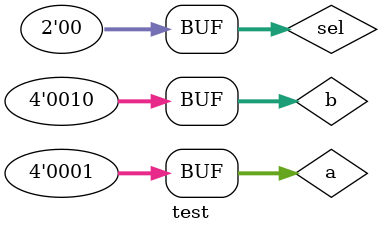
<source format=sv>
module test;
  reg [0:3]a,b;
  reg [0:1]sel;
  wire [9:0] o;
  alu c(o,a,b,sel);
initial 
begin
$dumpfile("dump.vcd");
$dumpvars;
 a=4'd1;
 b=4'd2; 
 #10 sel=2'd1;
  
 a=4'd1;
 b=4'd2;
 #10 sel=2'd0;
end
  
initial 
  $monitor($time,"\tOutput op= %d",o);
  
  
endmodule
</source>
